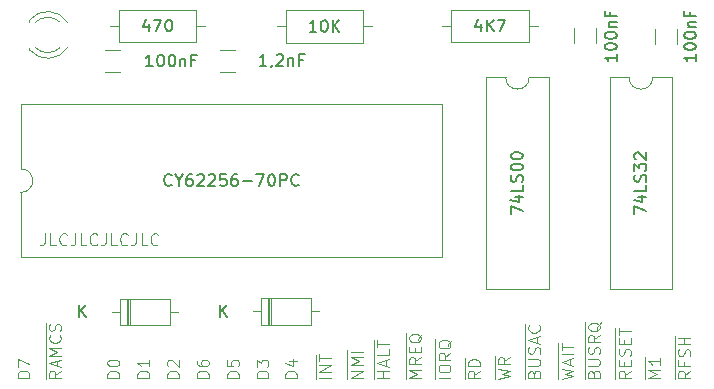
<source format=gbr>
%TF.GenerationSoftware,KiCad,Pcbnew,8.0.2-1*%
%TF.CreationDate,2024-06-12T00:12:27+02:00*%
%TF.ProjectId,zx81-external-16k,7a783831-2d65-4787-9465-726e616c2d31,rev?*%
%TF.SameCoordinates,Original*%
%TF.FileFunction,Legend,Top*%
%TF.FilePolarity,Positive*%
%FSLAX46Y46*%
G04 Gerber Fmt 4.6, Leading zero omitted, Abs format (unit mm)*
G04 Created by KiCad (PCBNEW 8.0.2-1) date 2024-06-12 00:12:27*
%MOMM*%
%LPD*%
G01*
G04 APERTURE LIST*
%ADD10C,0.100000*%
%ADD11C,0.150000*%
%ADD12C,0.120000*%
G04 APERTURE END LIST*
D10*
X103639598Y-105562419D02*
X103639598Y-106276704D01*
X103639598Y-106276704D02*
X103591979Y-106419561D01*
X103591979Y-106419561D02*
X103496741Y-106514800D01*
X103496741Y-106514800D02*
X103353884Y-106562419D01*
X103353884Y-106562419D02*
X103258646Y-106562419D01*
X104591979Y-106562419D02*
X104115789Y-106562419D01*
X104115789Y-106562419D02*
X104115789Y-105562419D01*
X105496741Y-106467180D02*
X105449122Y-106514800D01*
X105449122Y-106514800D02*
X105306265Y-106562419D01*
X105306265Y-106562419D02*
X105211027Y-106562419D01*
X105211027Y-106562419D02*
X105068170Y-106514800D01*
X105068170Y-106514800D02*
X104972932Y-106419561D01*
X104972932Y-106419561D02*
X104925313Y-106324323D01*
X104925313Y-106324323D02*
X104877694Y-106133847D01*
X104877694Y-106133847D02*
X104877694Y-105990990D01*
X104877694Y-105990990D02*
X104925313Y-105800514D01*
X104925313Y-105800514D02*
X104972932Y-105705276D01*
X104972932Y-105705276D02*
X105068170Y-105610038D01*
X105068170Y-105610038D02*
X105211027Y-105562419D01*
X105211027Y-105562419D02*
X105306265Y-105562419D01*
X105306265Y-105562419D02*
X105449122Y-105610038D01*
X105449122Y-105610038D02*
X105496741Y-105657657D01*
X106211027Y-105562419D02*
X106211027Y-106276704D01*
X106211027Y-106276704D02*
X106163408Y-106419561D01*
X106163408Y-106419561D02*
X106068170Y-106514800D01*
X106068170Y-106514800D02*
X105925313Y-106562419D01*
X105925313Y-106562419D02*
X105830075Y-106562419D01*
X107163408Y-106562419D02*
X106687218Y-106562419D01*
X106687218Y-106562419D02*
X106687218Y-105562419D01*
X108068170Y-106467180D02*
X108020551Y-106514800D01*
X108020551Y-106514800D02*
X107877694Y-106562419D01*
X107877694Y-106562419D02*
X107782456Y-106562419D01*
X107782456Y-106562419D02*
X107639599Y-106514800D01*
X107639599Y-106514800D02*
X107544361Y-106419561D01*
X107544361Y-106419561D02*
X107496742Y-106324323D01*
X107496742Y-106324323D02*
X107449123Y-106133847D01*
X107449123Y-106133847D02*
X107449123Y-105990990D01*
X107449123Y-105990990D02*
X107496742Y-105800514D01*
X107496742Y-105800514D02*
X107544361Y-105705276D01*
X107544361Y-105705276D02*
X107639599Y-105610038D01*
X107639599Y-105610038D02*
X107782456Y-105562419D01*
X107782456Y-105562419D02*
X107877694Y-105562419D01*
X107877694Y-105562419D02*
X108020551Y-105610038D01*
X108020551Y-105610038D02*
X108068170Y-105657657D01*
X108782456Y-105562419D02*
X108782456Y-106276704D01*
X108782456Y-106276704D02*
X108734837Y-106419561D01*
X108734837Y-106419561D02*
X108639599Y-106514800D01*
X108639599Y-106514800D02*
X108496742Y-106562419D01*
X108496742Y-106562419D02*
X108401504Y-106562419D01*
X109734837Y-106562419D02*
X109258647Y-106562419D01*
X109258647Y-106562419D02*
X109258647Y-105562419D01*
X110639599Y-106467180D02*
X110591980Y-106514800D01*
X110591980Y-106514800D02*
X110449123Y-106562419D01*
X110449123Y-106562419D02*
X110353885Y-106562419D01*
X110353885Y-106562419D02*
X110211028Y-106514800D01*
X110211028Y-106514800D02*
X110115790Y-106419561D01*
X110115790Y-106419561D02*
X110068171Y-106324323D01*
X110068171Y-106324323D02*
X110020552Y-106133847D01*
X110020552Y-106133847D02*
X110020552Y-105990990D01*
X110020552Y-105990990D02*
X110068171Y-105800514D01*
X110068171Y-105800514D02*
X110115790Y-105705276D01*
X110115790Y-105705276D02*
X110211028Y-105610038D01*
X110211028Y-105610038D02*
X110353885Y-105562419D01*
X110353885Y-105562419D02*
X110449123Y-105562419D01*
X110449123Y-105562419D02*
X110591980Y-105610038D01*
X110591980Y-105610038D02*
X110639599Y-105657657D01*
X111353885Y-105562419D02*
X111353885Y-106276704D01*
X111353885Y-106276704D02*
X111306266Y-106419561D01*
X111306266Y-106419561D02*
X111211028Y-106514800D01*
X111211028Y-106514800D02*
X111068171Y-106562419D01*
X111068171Y-106562419D02*
X110972933Y-106562419D01*
X112306266Y-106562419D02*
X111830076Y-106562419D01*
X111830076Y-106562419D02*
X111830076Y-105562419D01*
X113211028Y-106467180D02*
X113163409Y-106514800D01*
X113163409Y-106514800D02*
X113020552Y-106562419D01*
X113020552Y-106562419D02*
X112925314Y-106562419D01*
X112925314Y-106562419D02*
X112782457Y-106514800D01*
X112782457Y-106514800D02*
X112687219Y-106419561D01*
X112687219Y-106419561D02*
X112639600Y-106324323D01*
X112639600Y-106324323D02*
X112591981Y-106133847D01*
X112591981Y-106133847D02*
X112591981Y-105990990D01*
X112591981Y-105990990D02*
X112639600Y-105800514D01*
X112639600Y-105800514D02*
X112687219Y-105705276D01*
X112687219Y-105705276D02*
X112782457Y-105610038D01*
X112782457Y-105610038D02*
X112925314Y-105562419D01*
X112925314Y-105562419D02*
X113020552Y-105562419D01*
X113020552Y-105562419D02*
X113163409Y-105610038D01*
X113163409Y-105610038D02*
X113211028Y-105657657D01*
D11*
X118488095Y-112614819D02*
X118488095Y-111614819D01*
X119059523Y-112614819D02*
X118630952Y-112043390D01*
X119059523Y-111614819D02*
X118488095Y-112186247D01*
X106538095Y-112654819D02*
X106538095Y-111654819D01*
X107109523Y-112654819D02*
X106680952Y-112083390D01*
X107109523Y-111654819D02*
X106538095Y-112226247D01*
X153554819Y-103937856D02*
X153554819Y-103271190D01*
X153554819Y-103271190D02*
X154554819Y-103699761D01*
X153888152Y-102461666D02*
X154554819Y-102461666D01*
X153507200Y-102699761D02*
X154221485Y-102937856D01*
X154221485Y-102937856D02*
X154221485Y-102318809D01*
X154554819Y-101461666D02*
X154554819Y-101937856D01*
X154554819Y-101937856D02*
X153554819Y-101937856D01*
X154507200Y-101175951D02*
X154554819Y-101033094D01*
X154554819Y-101033094D02*
X154554819Y-100794999D01*
X154554819Y-100794999D02*
X154507200Y-100699761D01*
X154507200Y-100699761D02*
X154459580Y-100652142D01*
X154459580Y-100652142D02*
X154364342Y-100604523D01*
X154364342Y-100604523D02*
X154269104Y-100604523D01*
X154269104Y-100604523D02*
X154173866Y-100652142D01*
X154173866Y-100652142D02*
X154126247Y-100699761D01*
X154126247Y-100699761D02*
X154078628Y-100794999D01*
X154078628Y-100794999D02*
X154031009Y-100985475D01*
X154031009Y-100985475D02*
X153983390Y-101080713D01*
X153983390Y-101080713D02*
X153935771Y-101128332D01*
X153935771Y-101128332D02*
X153840533Y-101175951D01*
X153840533Y-101175951D02*
X153745295Y-101175951D01*
X153745295Y-101175951D02*
X153650057Y-101128332D01*
X153650057Y-101128332D02*
X153602438Y-101080713D01*
X153602438Y-101080713D02*
X153554819Y-100985475D01*
X153554819Y-100985475D02*
X153554819Y-100747380D01*
X153554819Y-100747380D02*
X153602438Y-100604523D01*
X153554819Y-100271189D02*
X153554819Y-99652142D01*
X153554819Y-99652142D02*
X153935771Y-99985475D01*
X153935771Y-99985475D02*
X153935771Y-99842618D01*
X153935771Y-99842618D02*
X153983390Y-99747380D01*
X153983390Y-99747380D02*
X154031009Y-99699761D01*
X154031009Y-99699761D02*
X154126247Y-99652142D01*
X154126247Y-99652142D02*
X154364342Y-99652142D01*
X154364342Y-99652142D02*
X154459580Y-99699761D01*
X154459580Y-99699761D02*
X154507200Y-99747380D01*
X154507200Y-99747380D02*
X154554819Y-99842618D01*
X154554819Y-99842618D02*
X154554819Y-100128332D01*
X154554819Y-100128332D02*
X154507200Y-100223570D01*
X154507200Y-100223570D02*
X154459580Y-100271189D01*
X153650057Y-99271189D02*
X153602438Y-99223570D01*
X153602438Y-99223570D02*
X153554819Y-99128332D01*
X153554819Y-99128332D02*
X153554819Y-98890237D01*
X153554819Y-98890237D02*
X153602438Y-98794999D01*
X153602438Y-98794999D02*
X153650057Y-98747380D01*
X153650057Y-98747380D02*
X153745295Y-98699761D01*
X153745295Y-98699761D02*
X153840533Y-98699761D01*
X153840533Y-98699761D02*
X153983390Y-98747380D01*
X153983390Y-98747380D02*
X154554819Y-99318808D01*
X154554819Y-99318808D02*
X154554819Y-98699761D01*
X126629523Y-88484819D02*
X126058095Y-88484819D01*
X126343809Y-88484819D02*
X126343809Y-87484819D01*
X126343809Y-87484819D02*
X126248571Y-87627676D01*
X126248571Y-87627676D02*
X126153333Y-87722914D01*
X126153333Y-87722914D02*
X126058095Y-87770533D01*
X127248571Y-87484819D02*
X127343809Y-87484819D01*
X127343809Y-87484819D02*
X127439047Y-87532438D01*
X127439047Y-87532438D02*
X127486666Y-87580057D01*
X127486666Y-87580057D02*
X127534285Y-87675295D01*
X127534285Y-87675295D02*
X127581904Y-87865771D01*
X127581904Y-87865771D02*
X127581904Y-88103866D01*
X127581904Y-88103866D02*
X127534285Y-88294342D01*
X127534285Y-88294342D02*
X127486666Y-88389580D01*
X127486666Y-88389580D02*
X127439047Y-88437200D01*
X127439047Y-88437200D02*
X127343809Y-88484819D01*
X127343809Y-88484819D02*
X127248571Y-88484819D01*
X127248571Y-88484819D02*
X127153333Y-88437200D01*
X127153333Y-88437200D02*
X127105714Y-88389580D01*
X127105714Y-88389580D02*
X127058095Y-88294342D01*
X127058095Y-88294342D02*
X127010476Y-88103866D01*
X127010476Y-88103866D02*
X127010476Y-87865771D01*
X127010476Y-87865771D02*
X127058095Y-87675295D01*
X127058095Y-87675295D02*
X127105714Y-87580057D01*
X127105714Y-87580057D02*
X127153333Y-87532438D01*
X127153333Y-87532438D02*
X127248571Y-87484819D01*
X128010476Y-88484819D02*
X128010476Y-87484819D01*
X128581904Y-88484819D02*
X128153333Y-87913390D01*
X128581904Y-87484819D02*
X128010476Y-88056247D01*
X140544285Y-87788152D02*
X140544285Y-88454819D01*
X140306190Y-87407200D02*
X140068095Y-88121485D01*
X140068095Y-88121485D02*
X140687142Y-88121485D01*
X141068095Y-88454819D02*
X141068095Y-87454819D01*
X141639523Y-88454819D02*
X141210952Y-87883390D01*
X141639523Y-87454819D02*
X141068095Y-88026247D01*
X141972857Y-87454819D02*
X142639523Y-87454819D01*
X142639523Y-87454819D02*
X142210952Y-88454819D01*
X112418095Y-87788152D02*
X112418095Y-88454819D01*
X112180000Y-87407200D02*
X111941905Y-88121485D01*
X111941905Y-88121485D02*
X112560952Y-88121485D01*
X112846667Y-87454819D02*
X113513333Y-87454819D01*
X113513333Y-87454819D02*
X113084762Y-88454819D01*
X114084762Y-87454819D02*
X114180000Y-87454819D01*
X114180000Y-87454819D02*
X114275238Y-87502438D01*
X114275238Y-87502438D02*
X114322857Y-87550057D01*
X114322857Y-87550057D02*
X114370476Y-87645295D01*
X114370476Y-87645295D02*
X114418095Y-87835771D01*
X114418095Y-87835771D02*
X114418095Y-88073866D01*
X114418095Y-88073866D02*
X114370476Y-88264342D01*
X114370476Y-88264342D02*
X114322857Y-88359580D01*
X114322857Y-88359580D02*
X114275238Y-88407200D01*
X114275238Y-88407200D02*
X114180000Y-88454819D01*
X114180000Y-88454819D02*
X114084762Y-88454819D01*
X114084762Y-88454819D02*
X113989524Y-88407200D01*
X113989524Y-88407200D02*
X113941905Y-88359580D01*
X113941905Y-88359580D02*
X113894286Y-88264342D01*
X113894286Y-88264342D02*
X113846667Y-88073866D01*
X113846667Y-88073866D02*
X113846667Y-87835771D01*
X113846667Y-87835771D02*
X113894286Y-87645295D01*
X113894286Y-87645295D02*
X113941905Y-87550057D01*
X113941905Y-87550057D02*
X113989524Y-87502438D01*
X113989524Y-87502438D02*
X114084762Y-87454819D01*
X143094819Y-103937856D02*
X143094819Y-103271190D01*
X143094819Y-103271190D02*
X144094819Y-103699761D01*
X143428152Y-102461666D02*
X144094819Y-102461666D01*
X143047200Y-102699761D02*
X143761485Y-102937856D01*
X143761485Y-102937856D02*
X143761485Y-102318809D01*
X144094819Y-101461666D02*
X144094819Y-101937856D01*
X144094819Y-101937856D02*
X143094819Y-101937856D01*
X144047200Y-101175951D02*
X144094819Y-101033094D01*
X144094819Y-101033094D02*
X144094819Y-100794999D01*
X144094819Y-100794999D02*
X144047200Y-100699761D01*
X144047200Y-100699761D02*
X143999580Y-100652142D01*
X143999580Y-100652142D02*
X143904342Y-100604523D01*
X143904342Y-100604523D02*
X143809104Y-100604523D01*
X143809104Y-100604523D02*
X143713866Y-100652142D01*
X143713866Y-100652142D02*
X143666247Y-100699761D01*
X143666247Y-100699761D02*
X143618628Y-100794999D01*
X143618628Y-100794999D02*
X143571009Y-100985475D01*
X143571009Y-100985475D02*
X143523390Y-101080713D01*
X143523390Y-101080713D02*
X143475771Y-101128332D01*
X143475771Y-101128332D02*
X143380533Y-101175951D01*
X143380533Y-101175951D02*
X143285295Y-101175951D01*
X143285295Y-101175951D02*
X143190057Y-101128332D01*
X143190057Y-101128332D02*
X143142438Y-101080713D01*
X143142438Y-101080713D02*
X143094819Y-100985475D01*
X143094819Y-100985475D02*
X143094819Y-100747380D01*
X143094819Y-100747380D02*
X143142438Y-100604523D01*
X143094819Y-99985475D02*
X143094819Y-99890237D01*
X143094819Y-99890237D02*
X143142438Y-99794999D01*
X143142438Y-99794999D02*
X143190057Y-99747380D01*
X143190057Y-99747380D02*
X143285295Y-99699761D01*
X143285295Y-99699761D02*
X143475771Y-99652142D01*
X143475771Y-99652142D02*
X143713866Y-99652142D01*
X143713866Y-99652142D02*
X143904342Y-99699761D01*
X143904342Y-99699761D02*
X143999580Y-99747380D01*
X143999580Y-99747380D02*
X144047200Y-99794999D01*
X144047200Y-99794999D02*
X144094819Y-99890237D01*
X144094819Y-99890237D02*
X144094819Y-99985475D01*
X144094819Y-99985475D02*
X144047200Y-100080713D01*
X144047200Y-100080713D02*
X143999580Y-100128332D01*
X143999580Y-100128332D02*
X143904342Y-100175951D01*
X143904342Y-100175951D02*
X143713866Y-100223570D01*
X143713866Y-100223570D02*
X143475771Y-100223570D01*
X143475771Y-100223570D02*
X143285295Y-100175951D01*
X143285295Y-100175951D02*
X143190057Y-100128332D01*
X143190057Y-100128332D02*
X143142438Y-100080713D01*
X143142438Y-100080713D02*
X143094819Y-99985475D01*
X143094819Y-99033094D02*
X143094819Y-98937856D01*
X143094819Y-98937856D02*
X143142438Y-98842618D01*
X143142438Y-98842618D02*
X143190057Y-98794999D01*
X143190057Y-98794999D02*
X143285295Y-98747380D01*
X143285295Y-98747380D02*
X143475771Y-98699761D01*
X143475771Y-98699761D02*
X143713866Y-98699761D01*
X143713866Y-98699761D02*
X143904342Y-98747380D01*
X143904342Y-98747380D02*
X143999580Y-98794999D01*
X143999580Y-98794999D02*
X144047200Y-98842618D01*
X144047200Y-98842618D02*
X144094819Y-98937856D01*
X144094819Y-98937856D02*
X144094819Y-99033094D01*
X144094819Y-99033094D02*
X144047200Y-99128332D01*
X144047200Y-99128332D02*
X143999580Y-99175951D01*
X143999580Y-99175951D02*
X143904342Y-99223570D01*
X143904342Y-99223570D02*
X143713866Y-99271189D01*
X143713866Y-99271189D02*
X143475771Y-99271189D01*
X143475771Y-99271189D02*
X143285295Y-99223570D01*
X143285295Y-99223570D02*
X143190057Y-99175951D01*
X143190057Y-99175951D02*
X143142438Y-99128332D01*
X143142438Y-99128332D02*
X143094819Y-99033094D01*
X114368571Y-101439580D02*
X114320952Y-101487200D01*
X114320952Y-101487200D02*
X114178095Y-101534819D01*
X114178095Y-101534819D02*
X114082857Y-101534819D01*
X114082857Y-101534819D02*
X113940000Y-101487200D01*
X113940000Y-101487200D02*
X113844762Y-101391961D01*
X113844762Y-101391961D02*
X113797143Y-101296723D01*
X113797143Y-101296723D02*
X113749524Y-101106247D01*
X113749524Y-101106247D02*
X113749524Y-100963390D01*
X113749524Y-100963390D02*
X113797143Y-100772914D01*
X113797143Y-100772914D02*
X113844762Y-100677676D01*
X113844762Y-100677676D02*
X113940000Y-100582438D01*
X113940000Y-100582438D02*
X114082857Y-100534819D01*
X114082857Y-100534819D02*
X114178095Y-100534819D01*
X114178095Y-100534819D02*
X114320952Y-100582438D01*
X114320952Y-100582438D02*
X114368571Y-100630057D01*
X114987619Y-101058628D02*
X114987619Y-101534819D01*
X114654286Y-100534819D02*
X114987619Y-101058628D01*
X114987619Y-101058628D02*
X115320952Y-100534819D01*
X116082857Y-100534819D02*
X115892381Y-100534819D01*
X115892381Y-100534819D02*
X115797143Y-100582438D01*
X115797143Y-100582438D02*
X115749524Y-100630057D01*
X115749524Y-100630057D02*
X115654286Y-100772914D01*
X115654286Y-100772914D02*
X115606667Y-100963390D01*
X115606667Y-100963390D02*
X115606667Y-101344342D01*
X115606667Y-101344342D02*
X115654286Y-101439580D01*
X115654286Y-101439580D02*
X115701905Y-101487200D01*
X115701905Y-101487200D02*
X115797143Y-101534819D01*
X115797143Y-101534819D02*
X115987619Y-101534819D01*
X115987619Y-101534819D02*
X116082857Y-101487200D01*
X116082857Y-101487200D02*
X116130476Y-101439580D01*
X116130476Y-101439580D02*
X116178095Y-101344342D01*
X116178095Y-101344342D02*
X116178095Y-101106247D01*
X116178095Y-101106247D02*
X116130476Y-101011009D01*
X116130476Y-101011009D02*
X116082857Y-100963390D01*
X116082857Y-100963390D02*
X115987619Y-100915771D01*
X115987619Y-100915771D02*
X115797143Y-100915771D01*
X115797143Y-100915771D02*
X115701905Y-100963390D01*
X115701905Y-100963390D02*
X115654286Y-101011009D01*
X115654286Y-101011009D02*
X115606667Y-101106247D01*
X116559048Y-100630057D02*
X116606667Y-100582438D01*
X116606667Y-100582438D02*
X116701905Y-100534819D01*
X116701905Y-100534819D02*
X116940000Y-100534819D01*
X116940000Y-100534819D02*
X117035238Y-100582438D01*
X117035238Y-100582438D02*
X117082857Y-100630057D01*
X117082857Y-100630057D02*
X117130476Y-100725295D01*
X117130476Y-100725295D02*
X117130476Y-100820533D01*
X117130476Y-100820533D02*
X117082857Y-100963390D01*
X117082857Y-100963390D02*
X116511429Y-101534819D01*
X116511429Y-101534819D02*
X117130476Y-101534819D01*
X117511429Y-100630057D02*
X117559048Y-100582438D01*
X117559048Y-100582438D02*
X117654286Y-100534819D01*
X117654286Y-100534819D02*
X117892381Y-100534819D01*
X117892381Y-100534819D02*
X117987619Y-100582438D01*
X117987619Y-100582438D02*
X118035238Y-100630057D01*
X118035238Y-100630057D02*
X118082857Y-100725295D01*
X118082857Y-100725295D02*
X118082857Y-100820533D01*
X118082857Y-100820533D02*
X118035238Y-100963390D01*
X118035238Y-100963390D02*
X117463810Y-101534819D01*
X117463810Y-101534819D02*
X118082857Y-101534819D01*
X118987619Y-100534819D02*
X118511429Y-100534819D01*
X118511429Y-100534819D02*
X118463810Y-101011009D01*
X118463810Y-101011009D02*
X118511429Y-100963390D01*
X118511429Y-100963390D02*
X118606667Y-100915771D01*
X118606667Y-100915771D02*
X118844762Y-100915771D01*
X118844762Y-100915771D02*
X118940000Y-100963390D01*
X118940000Y-100963390D02*
X118987619Y-101011009D01*
X118987619Y-101011009D02*
X119035238Y-101106247D01*
X119035238Y-101106247D02*
X119035238Y-101344342D01*
X119035238Y-101344342D02*
X118987619Y-101439580D01*
X118987619Y-101439580D02*
X118940000Y-101487200D01*
X118940000Y-101487200D02*
X118844762Y-101534819D01*
X118844762Y-101534819D02*
X118606667Y-101534819D01*
X118606667Y-101534819D02*
X118511429Y-101487200D01*
X118511429Y-101487200D02*
X118463810Y-101439580D01*
X119892381Y-100534819D02*
X119701905Y-100534819D01*
X119701905Y-100534819D02*
X119606667Y-100582438D01*
X119606667Y-100582438D02*
X119559048Y-100630057D01*
X119559048Y-100630057D02*
X119463810Y-100772914D01*
X119463810Y-100772914D02*
X119416191Y-100963390D01*
X119416191Y-100963390D02*
X119416191Y-101344342D01*
X119416191Y-101344342D02*
X119463810Y-101439580D01*
X119463810Y-101439580D02*
X119511429Y-101487200D01*
X119511429Y-101487200D02*
X119606667Y-101534819D01*
X119606667Y-101534819D02*
X119797143Y-101534819D01*
X119797143Y-101534819D02*
X119892381Y-101487200D01*
X119892381Y-101487200D02*
X119940000Y-101439580D01*
X119940000Y-101439580D02*
X119987619Y-101344342D01*
X119987619Y-101344342D02*
X119987619Y-101106247D01*
X119987619Y-101106247D02*
X119940000Y-101011009D01*
X119940000Y-101011009D02*
X119892381Y-100963390D01*
X119892381Y-100963390D02*
X119797143Y-100915771D01*
X119797143Y-100915771D02*
X119606667Y-100915771D01*
X119606667Y-100915771D02*
X119511429Y-100963390D01*
X119511429Y-100963390D02*
X119463810Y-101011009D01*
X119463810Y-101011009D02*
X119416191Y-101106247D01*
X120416191Y-101153866D02*
X121178096Y-101153866D01*
X121559048Y-100534819D02*
X122225714Y-100534819D01*
X122225714Y-100534819D02*
X121797143Y-101534819D01*
X122797143Y-100534819D02*
X122892381Y-100534819D01*
X122892381Y-100534819D02*
X122987619Y-100582438D01*
X122987619Y-100582438D02*
X123035238Y-100630057D01*
X123035238Y-100630057D02*
X123082857Y-100725295D01*
X123082857Y-100725295D02*
X123130476Y-100915771D01*
X123130476Y-100915771D02*
X123130476Y-101153866D01*
X123130476Y-101153866D02*
X123082857Y-101344342D01*
X123082857Y-101344342D02*
X123035238Y-101439580D01*
X123035238Y-101439580D02*
X122987619Y-101487200D01*
X122987619Y-101487200D02*
X122892381Y-101534819D01*
X122892381Y-101534819D02*
X122797143Y-101534819D01*
X122797143Y-101534819D02*
X122701905Y-101487200D01*
X122701905Y-101487200D02*
X122654286Y-101439580D01*
X122654286Y-101439580D02*
X122606667Y-101344342D01*
X122606667Y-101344342D02*
X122559048Y-101153866D01*
X122559048Y-101153866D02*
X122559048Y-100915771D01*
X122559048Y-100915771D02*
X122606667Y-100725295D01*
X122606667Y-100725295D02*
X122654286Y-100630057D01*
X122654286Y-100630057D02*
X122701905Y-100582438D01*
X122701905Y-100582438D02*
X122797143Y-100534819D01*
X123559048Y-101534819D02*
X123559048Y-100534819D01*
X123559048Y-100534819D02*
X123940000Y-100534819D01*
X123940000Y-100534819D02*
X124035238Y-100582438D01*
X124035238Y-100582438D02*
X124082857Y-100630057D01*
X124082857Y-100630057D02*
X124130476Y-100725295D01*
X124130476Y-100725295D02*
X124130476Y-100868152D01*
X124130476Y-100868152D02*
X124082857Y-100963390D01*
X124082857Y-100963390D02*
X124035238Y-101011009D01*
X124035238Y-101011009D02*
X123940000Y-101058628D01*
X123940000Y-101058628D02*
X123559048Y-101058628D01*
X125130476Y-101439580D02*
X125082857Y-101487200D01*
X125082857Y-101487200D02*
X124940000Y-101534819D01*
X124940000Y-101534819D02*
X124844762Y-101534819D01*
X124844762Y-101534819D02*
X124701905Y-101487200D01*
X124701905Y-101487200D02*
X124606667Y-101391961D01*
X124606667Y-101391961D02*
X124559048Y-101296723D01*
X124559048Y-101296723D02*
X124511429Y-101106247D01*
X124511429Y-101106247D02*
X124511429Y-100963390D01*
X124511429Y-100963390D02*
X124559048Y-100772914D01*
X124559048Y-100772914D02*
X124606667Y-100677676D01*
X124606667Y-100677676D02*
X124701905Y-100582438D01*
X124701905Y-100582438D02*
X124844762Y-100534819D01*
X124844762Y-100534819D02*
X124940000Y-100534819D01*
X124940000Y-100534819D02*
X125082857Y-100582438D01*
X125082857Y-100582438D02*
X125130476Y-100630057D01*
D10*
X120059961Y-117756115D02*
X119059961Y-117756115D01*
X119059961Y-117756115D02*
X119059961Y-117518020D01*
X119059961Y-117518020D02*
X119107580Y-117375163D01*
X119107580Y-117375163D02*
X119202818Y-117279925D01*
X119202818Y-117279925D02*
X119298056Y-117232306D01*
X119298056Y-117232306D02*
X119488532Y-117184687D01*
X119488532Y-117184687D02*
X119631389Y-117184687D01*
X119631389Y-117184687D02*
X119821865Y-117232306D01*
X119821865Y-117232306D02*
X119917103Y-117279925D01*
X119917103Y-117279925D02*
X120012342Y-117375163D01*
X120012342Y-117375163D02*
X120059961Y-117518020D01*
X120059961Y-117518020D02*
X120059961Y-117756115D01*
X119059961Y-116279925D02*
X119059961Y-116756115D01*
X119059961Y-116756115D02*
X119536151Y-116803734D01*
X119536151Y-116803734D02*
X119488532Y-116756115D01*
X119488532Y-116756115D02*
X119440913Y-116660877D01*
X119440913Y-116660877D02*
X119440913Y-116422782D01*
X119440913Y-116422782D02*
X119488532Y-116327544D01*
X119488532Y-116327544D02*
X119536151Y-116279925D01*
X119536151Y-116279925D02*
X119631389Y-116232306D01*
X119631389Y-116232306D02*
X119869484Y-116232306D01*
X119869484Y-116232306D02*
X119964722Y-116279925D01*
X119964722Y-116279925D02*
X120012342Y-116327544D01*
X120012342Y-116327544D02*
X120059961Y-116422782D01*
X120059961Y-116422782D02*
X120059961Y-116660877D01*
X120059961Y-116660877D02*
X120012342Y-116756115D01*
X120012342Y-116756115D02*
X119964722Y-116803734D01*
X140475693Y-117184687D02*
X139999502Y-117518020D01*
X140475693Y-117756115D02*
X139475693Y-117756115D01*
X139475693Y-117756115D02*
X139475693Y-117375163D01*
X139475693Y-117375163D02*
X139523312Y-117279925D01*
X139523312Y-117279925D02*
X139570931Y-117232306D01*
X139570931Y-117232306D02*
X139666169Y-117184687D01*
X139666169Y-117184687D02*
X139809026Y-117184687D01*
X139809026Y-117184687D02*
X139904264Y-117232306D01*
X139904264Y-117232306D02*
X139951883Y-117279925D01*
X139951883Y-117279925D02*
X139999502Y-117375163D01*
X139999502Y-117375163D02*
X139999502Y-117756115D01*
X140475693Y-116756115D02*
X139475693Y-116756115D01*
X139475693Y-116756115D02*
X139475693Y-116518020D01*
X139475693Y-116518020D02*
X139523312Y-116375163D01*
X139523312Y-116375163D02*
X139618550Y-116279925D01*
X139618550Y-116279925D02*
X139713788Y-116232306D01*
X139713788Y-116232306D02*
X139904264Y-116184687D01*
X139904264Y-116184687D02*
X140047121Y-116184687D01*
X140047121Y-116184687D02*
X140237597Y-116232306D01*
X140237597Y-116232306D02*
X140332835Y-116279925D01*
X140332835Y-116279925D02*
X140428074Y-116375163D01*
X140428074Y-116375163D02*
X140475693Y-116518020D01*
X140475693Y-116518020D02*
X140475693Y-116756115D01*
X139198074Y-117894211D02*
X139198074Y-116094211D01*
X147387419Y-117851353D02*
X148387419Y-117613258D01*
X148387419Y-117613258D02*
X147673133Y-117422782D01*
X147673133Y-117422782D02*
X148387419Y-117232306D01*
X148387419Y-117232306D02*
X147387419Y-116994211D01*
X148101704Y-116660877D02*
X148101704Y-116184687D01*
X148387419Y-116756115D02*
X147387419Y-116422782D01*
X147387419Y-116422782D02*
X148387419Y-116089449D01*
X148387419Y-115756115D02*
X147387419Y-115756115D01*
X147387419Y-115422782D02*
X147387419Y-114851354D01*
X148387419Y-115137068D02*
X147387419Y-115137068D01*
X147109800Y-117894211D02*
X147109800Y-114856116D01*
X158275693Y-117184687D02*
X157799502Y-117518020D01*
X158275693Y-117756115D02*
X157275693Y-117756115D01*
X157275693Y-117756115D02*
X157275693Y-117375163D01*
X157275693Y-117375163D02*
X157323312Y-117279925D01*
X157323312Y-117279925D02*
X157370931Y-117232306D01*
X157370931Y-117232306D02*
X157466169Y-117184687D01*
X157466169Y-117184687D02*
X157609026Y-117184687D01*
X157609026Y-117184687D02*
X157704264Y-117232306D01*
X157704264Y-117232306D02*
X157751883Y-117279925D01*
X157751883Y-117279925D02*
X157799502Y-117375163D01*
X157799502Y-117375163D02*
X157799502Y-117756115D01*
X157751883Y-116422782D02*
X157751883Y-116756115D01*
X158275693Y-116756115D02*
X157275693Y-116756115D01*
X157275693Y-116756115D02*
X157275693Y-116279925D01*
X158228074Y-115946591D02*
X158275693Y-115803734D01*
X158275693Y-115803734D02*
X158275693Y-115565639D01*
X158275693Y-115565639D02*
X158228074Y-115470401D01*
X158228074Y-115470401D02*
X158180454Y-115422782D01*
X158180454Y-115422782D02*
X158085216Y-115375163D01*
X158085216Y-115375163D02*
X157989978Y-115375163D01*
X157989978Y-115375163D02*
X157894740Y-115422782D01*
X157894740Y-115422782D02*
X157847121Y-115470401D01*
X157847121Y-115470401D02*
X157799502Y-115565639D01*
X157799502Y-115565639D02*
X157751883Y-115756115D01*
X157751883Y-115756115D02*
X157704264Y-115851353D01*
X157704264Y-115851353D02*
X157656645Y-115898972D01*
X157656645Y-115898972D02*
X157561407Y-115946591D01*
X157561407Y-115946591D02*
X157466169Y-115946591D01*
X157466169Y-115946591D02*
X157370931Y-115898972D01*
X157370931Y-115898972D02*
X157323312Y-115851353D01*
X157323312Y-115851353D02*
X157275693Y-115756115D01*
X157275693Y-115756115D02*
X157275693Y-115518020D01*
X157275693Y-115518020D02*
X157323312Y-115375163D01*
X158275693Y-114946591D02*
X157275693Y-114946591D01*
X157751883Y-114946591D02*
X157751883Y-114375163D01*
X158275693Y-114375163D02*
X157275693Y-114375163D01*
X156998074Y-117894211D02*
X156998074Y-114237068D01*
X124982801Y-117756115D02*
X123982801Y-117756115D01*
X123982801Y-117756115D02*
X123982801Y-117518020D01*
X123982801Y-117518020D02*
X124030420Y-117375163D01*
X124030420Y-117375163D02*
X124125658Y-117279925D01*
X124125658Y-117279925D02*
X124220896Y-117232306D01*
X124220896Y-117232306D02*
X124411372Y-117184687D01*
X124411372Y-117184687D02*
X124554229Y-117184687D01*
X124554229Y-117184687D02*
X124744705Y-117232306D01*
X124744705Y-117232306D02*
X124839943Y-117279925D01*
X124839943Y-117279925D02*
X124935182Y-117375163D01*
X124935182Y-117375163D02*
X124982801Y-117518020D01*
X124982801Y-117518020D02*
X124982801Y-117756115D01*
X124316134Y-116327544D02*
X124982801Y-116327544D01*
X123935182Y-116565639D02*
X124649467Y-116803734D01*
X124649467Y-116803734D02*
X124649467Y-116184687D01*
X135475693Y-117756115D02*
X134475693Y-117756115D01*
X134475693Y-117756115D02*
X135189978Y-117422782D01*
X135189978Y-117422782D02*
X134475693Y-117089449D01*
X134475693Y-117089449D02*
X135475693Y-117089449D01*
X135475693Y-116041830D02*
X134999502Y-116375163D01*
X135475693Y-116613258D02*
X134475693Y-116613258D01*
X134475693Y-116613258D02*
X134475693Y-116232306D01*
X134475693Y-116232306D02*
X134523312Y-116137068D01*
X134523312Y-116137068D02*
X134570931Y-116089449D01*
X134570931Y-116089449D02*
X134666169Y-116041830D01*
X134666169Y-116041830D02*
X134809026Y-116041830D01*
X134809026Y-116041830D02*
X134904264Y-116089449D01*
X134904264Y-116089449D02*
X134951883Y-116137068D01*
X134951883Y-116137068D02*
X134999502Y-116232306D01*
X134999502Y-116232306D02*
X134999502Y-116613258D01*
X134951883Y-115613258D02*
X134951883Y-115279925D01*
X135475693Y-115137068D02*
X135475693Y-115613258D01*
X135475693Y-115613258D02*
X134475693Y-115613258D01*
X134475693Y-115613258D02*
X134475693Y-115137068D01*
X135570931Y-114041830D02*
X135523312Y-114137068D01*
X135523312Y-114137068D02*
X135428074Y-114232306D01*
X135428074Y-114232306D02*
X135285216Y-114375163D01*
X135285216Y-114375163D02*
X135237597Y-114470401D01*
X135237597Y-114470401D02*
X135237597Y-114565639D01*
X135475693Y-114518020D02*
X135428074Y-114613258D01*
X135428074Y-114613258D02*
X135332835Y-114708496D01*
X135332835Y-114708496D02*
X135142359Y-114756115D01*
X135142359Y-114756115D02*
X134809026Y-114756115D01*
X134809026Y-114756115D02*
X134618550Y-114708496D01*
X134618550Y-114708496D02*
X134523312Y-114613258D01*
X134523312Y-114613258D02*
X134475693Y-114518020D01*
X134475693Y-114518020D02*
X134475693Y-114327544D01*
X134475693Y-114327544D02*
X134523312Y-114232306D01*
X134523312Y-114232306D02*
X134618550Y-114137068D01*
X134618550Y-114137068D02*
X134809026Y-114089449D01*
X134809026Y-114089449D02*
X135142359Y-114089449D01*
X135142359Y-114089449D02*
X135332835Y-114137068D01*
X135332835Y-114137068D02*
X135428074Y-114232306D01*
X135428074Y-114232306D02*
X135475693Y-114327544D01*
X135475693Y-114327544D02*
X135475693Y-114518020D01*
X134198074Y-117894211D02*
X134198074Y-113998973D01*
X109932801Y-117756115D02*
X108932801Y-117756115D01*
X108932801Y-117756115D02*
X108932801Y-117518020D01*
X108932801Y-117518020D02*
X108980420Y-117375163D01*
X108980420Y-117375163D02*
X109075658Y-117279925D01*
X109075658Y-117279925D02*
X109170896Y-117232306D01*
X109170896Y-117232306D02*
X109361372Y-117184687D01*
X109361372Y-117184687D02*
X109504229Y-117184687D01*
X109504229Y-117184687D02*
X109694705Y-117232306D01*
X109694705Y-117232306D02*
X109789943Y-117279925D01*
X109789943Y-117279925D02*
X109885182Y-117375163D01*
X109885182Y-117375163D02*
X109932801Y-117518020D01*
X109932801Y-117518020D02*
X109932801Y-117756115D01*
X108932801Y-116565639D02*
X108932801Y-116470401D01*
X108932801Y-116470401D02*
X108980420Y-116375163D01*
X108980420Y-116375163D02*
X109028039Y-116327544D01*
X109028039Y-116327544D02*
X109123277Y-116279925D01*
X109123277Y-116279925D02*
X109313753Y-116232306D01*
X109313753Y-116232306D02*
X109551848Y-116232306D01*
X109551848Y-116232306D02*
X109742324Y-116279925D01*
X109742324Y-116279925D02*
X109837562Y-116327544D01*
X109837562Y-116327544D02*
X109885182Y-116375163D01*
X109885182Y-116375163D02*
X109932801Y-116470401D01*
X109932801Y-116470401D02*
X109932801Y-116565639D01*
X109932801Y-116565639D02*
X109885182Y-116660877D01*
X109885182Y-116660877D02*
X109837562Y-116708496D01*
X109837562Y-116708496D02*
X109742324Y-116756115D01*
X109742324Y-116756115D02*
X109551848Y-116803734D01*
X109551848Y-116803734D02*
X109313753Y-116803734D01*
X109313753Y-116803734D02*
X109123277Y-116756115D01*
X109123277Y-116756115D02*
X109028039Y-116708496D01*
X109028039Y-116708496D02*
X108980420Y-116660877D01*
X108980420Y-116660877D02*
X108932801Y-116565639D01*
X150113609Y-117422782D02*
X150161228Y-117279925D01*
X150161228Y-117279925D02*
X150208847Y-117232306D01*
X150208847Y-117232306D02*
X150304085Y-117184687D01*
X150304085Y-117184687D02*
X150446942Y-117184687D01*
X150446942Y-117184687D02*
X150542180Y-117232306D01*
X150542180Y-117232306D02*
X150589800Y-117279925D01*
X150589800Y-117279925D02*
X150637419Y-117375163D01*
X150637419Y-117375163D02*
X150637419Y-117756115D01*
X150637419Y-117756115D02*
X149637419Y-117756115D01*
X149637419Y-117756115D02*
X149637419Y-117422782D01*
X149637419Y-117422782D02*
X149685038Y-117327544D01*
X149685038Y-117327544D02*
X149732657Y-117279925D01*
X149732657Y-117279925D02*
X149827895Y-117232306D01*
X149827895Y-117232306D02*
X149923133Y-117232306D01*
X149923133Y-117232306D02*
X150018371Y-117279925D01*
X150018371Y-117279925D02*
X150065990Y-117327544D01*
X150065990Y-117327544D02*
X150113609Y-117422782D01*
X150113609Y-117422782D02*
X150113609Y-117756115D01*
X149637419Y-116756115D02*
X150446942Y-116756115D01*
X150446942Y-116756115D02*
X150542180Y-116708496D01*
X150542180Y-116708496D02*
X150589800Y-116660877D01*
X150589800Y-116660877D02*
X150637419Y-116565639D01*
X150637419Y-116565639D02*
X150637419Y-116375163D01*
X150637419Y-116375163D02*
X150589800Y-116279925D01*
X150589800Y-116279925D02*
X150542180Y-116232306D01*
X150542180Y-116232306D02*
X150446942Y-116184687D01*
X150446942Y-116184687D02*
X149637419Y-116184687D01*
X150589800Y-115756115D02*
X150637419Y-115613258D01*
X150637419Y-115613258D02*
X150637419Y-115375163D01*
X150637419Y-115375163D02*
X150589800Y-115279925D01*
X150589800Y-115279925D02*
X150542180Y-115232306D01*
X150542180Y-115232306D02*
X150446942Y-115184687D01*
X150446942Y-115184687D02*
X150351704Y-115184687D01*
X150351704Y-115184687D02*
X150256466Y-115232306D01*
X150256466Y-115232306D02*
X150208847Y-115279925D01*
X150208847Y-115279925D02*
X150161228Y-115375163D01*
X150161228Y-115375163D02*
X150113609Y-115565639D01*
X150113609Y-115565639D02*
X150065990Y-115660877D01*
X150065990Y-115660877D02*
X150018371Y-115708496D01*
X150018371Y-115708496D02*
X149923133Y-115756115D01*
X149923133Y-115756115D02*
X149827895Y-115756115D01*
X149827895Y-115756115D02*
X149732657Y-115708496D01*
X149732657Y-115708496D02*
X149685038Y-115660877D01*
X149685038Y-115660877D02*
X149637419Y-115565639D01*
X149637419Y-115565639D02*
X149637419Y-115327544D01*
X149637419Y-115327544D02*
X149685038Y-115184687D01*
X150637419Y-114184687D02*
X150161228Y-114518020D01*
X150637419Y-114756115D02*
X149637419Y-114756115D01*
X149637419Y-114756115D02*
X149637419Y-114375163D01*
X149637419Y-114375163D02*
X149685038Y-114279925D01*
X149685038Y-114279925D02*
X149732657Y-114232306D01*
X149732657Y-114232306D02*
X149827895Y-114184687D01*
X149827895Y-114184687D02*
X149970752Y-114184687D01*
X149970752Y-114184687D02*
X150065990Y-114232306D01*
X150065990Y-114232306D02*
X150113609Y-114279925D01*
X150113609Y-114279925D02*
X150161228Y-114375163D01*
X150161228Y-114375163D02*
X150161228Y-114756115D01*
X150732657Y-113089449D02*
X150685038Y-113184687D01*
X150685038Y-113184687D02*
X150589800Y-113279925D01*
X150589800Y-113279925D02*
X150446942Y-113422782D01*
X150446942Y-113422782D02*
X150399323Y-113518020D01*
X150399323Y-113518020D02*
X150399323Y-113613258D01*
X150637419Y-113565639D02*
X150589800Y-113660877D01*
X150589800Y-113660877D02*
X150494561Y-113756115D01*
X150494561Y-113756115D02*
X150304085Y-113803734D01*
X150304085Y-113803734D02*
X149970752Y-113803734D01*
X149970752Y-113803734D02*
X149780276Y-113756115D01*
X149780276Y-113756115D02*
X149685038Y-113660877D01*
X149685038Y-113660877D02*
X149637419Y-113565639D01*
X149637419Y-113565639D02*
X149637419Y-113375163D01*
X149637419Y-113375163D02*
X149685038Y-113279925D01*
X149685038Y-113279925D02*
X149780276Y-113184687D01*
X149780276Y-113184687D02*
X149970752Y-113137068D01*
X149970752Y-113137068D02*
X150304085Y-113137068D01*
X150304085Y-113137068D02*
X150494561Y-113184687D01*
X150494561Y-113184687D02*
X150589800Y-113279925D01*
X150589800Y-113279925D02*
X150637419Y-113375163D01*
X150637419Y-113375163D02*
X150637419Y-113565639D01*
X149359800Y-117894211D02*
X149359800Y-113046592D01*
X122566751Y-117756115D02*
X121566751Y-117756115D01*
X121566751Y-117756115D02*
X121566751Y-117518020D01*
X121566751Y-117518020D02*
X121614370Y-117375163D01*
X121614370Y-117375163D02*
X121709608Y-117279925D01*
X121709608Y-117279925D02*
X121804846Y-117232306D01*
X121804846Y-117232306D02*
X121995322Y-117184687D01*
X121995322Y-117184687D02*
X122138179Y-117184687D01*
X122138179Y-117184687D02*
X122328655Y-117232306D01*
X122328655Y-117232306D02*
X122423893Y-117279925D01*
X122423893Y-117279925D02*
X122519132Y-117375163D01*
X122519132Y-117375163D02*
X122566751Y-117518020D01*
X122566751Y-117518020D02*
X122566751Y-117756115D01*
X121566751Y-116851353D02*
X121566751Y-116232306D01*
X121566751Y-116232306D02*
X121947703Y-116565639D01*
X121947703Y-116565639D02*
X121947703Y-116422782D01*
X121947703Y-116422782D02*
X121995322Y-116327544D01*
X121995322Y-116327544D02*
X122042941Y-116279925D01*
X122042941Y-116279925D02*
X122138179Y-116232306D01*
X122138179Y-116232306D02*
X122376274Y-116232306D01*
X122376274Y-116232306D02*
X122471512Y-116279925D01*
X122471512Y-116279925D02*
X122519132Y-116327544D01*
X122519132Y-116327544D02*
X122566751Y-116422782D01*
X122566751Y-116422782D02*
X122566751Y-116708496D01*
X122566751Y-116708496D02*
X122519132Y-116803734D01*
X122519132Y-116803734D02*
X122471512Y-116851353D01*
X127887419Y-117756115D02*
X126887419Y-117756115D01*
X127887419Y-117279925D02*
X126887419Y-117279925D01*
X126887419Y-117279925D02*
X127887419Y-116708497D01*
X127887419Y-116708497D02*
X126887419Y-116708497D01*
X126887419Y-116375163D02*
X126887419Y-115803735D01*
X127887419Y-116089449D02*
X126887419Y-116089449D01*
X126609800Y-117894211D02*
X126609800Y-115808497D01*
X142025693Y-117851353D02*
X143025693Y-117613258D01*
X143025693Y-117613258D02*
X142311407Y-117422782D01*
X142311407Y-117422782D02*
X143025693Y-117232306D01*
X143025693Y-117232306D02*
X142025693Y-116994211D01*
X143025693Y-116041830D02*
X142549502Y-116375163D01*
X143025693Y-116613258D02*
X142025693Y-116613258D01*
X142025693Y-116613258D02*
X142025693Y-116232306D01*
X142025693Y-116232306D02*
X142073312Y-116137068D01*
X142073312Y-116137068D02*
X142120931Y-116089449D01*
X142120931Y-116089449D02*
X142216169Y-116041830D01*
X142216169Y-116041830D02*
X142359026Y-116041830D01*
X142359026Y-116041830D02*
X142454264Y-116089449D01*
X142454264Y-116089449D02*
X142501883Y-116137068D01*
X142501883Y-116137068D02*
X142549502Y-116232306D01*
X142549502Y-116232306D02*
X142549502Y-116613258D01*
X141748074Y-117894211D02*
X141748074Y-115951354D01*
X114982801Y-117756115D02*
X113982801Y-117756115D01*
X113982801Y-117756115D02*
X113982801Y-117518020D01*
X113982801Y-117518020D02*
X114030420Y-117375163D01*
X114030420Y-117375163D02*
X114125658Y-117279925D01*
X114125658Y-117279925D02*
X114220896Y-117232306D01*
X114220896Y-117232306D02*
X114411372Y-117184687D01*
X114411372Y-117184687D02*
X114554229Y-117184687D01*
X114554229Y-117184687D02*
X114744705Y-117232306D01*
X114744705Y-117232306D02*
X114839943Y-117279925D01*
X114839943Y-117279925D02*
X114935182Y-117375163D01*
X114935182Y-117375163D02*
X114982801Y-117518020D01*
X114982801Y-117518020D02*
X114982801Y-117756115D01*
X114078039Y-116803734D02*
X114030420Y-116756115D01*
X114030420Y-116756115D02*
X113982801Y-116660877D01*
X113982801Y-116660877D02*
X113982801Y-116422782D01*
X113982801Y-116422782D02*
X114030420Y-116327544D01*
X114030420Y-116327544D02*
X114078039Y-116279925D01*
X114078039Y-116279925D02*
X114173277Y-116232306D01*
X114173277Y-116232306D02*
X114268515Y-116232306D01*
X114268515Y-116232306D02*
X114411372Y-116279925D01*
X114411372Y-116279925D02*
X114982801Y-116851353D01*
X114982801Y-116851353D02*
X114982801Y-116232306D01*
X130537419Y-117756115D02*
X129537419Y-117756115D01*
X129537419Y-117756115D02*
X130537419Y-117184687D01*
X130537419Y-117184687D02*
X129537419Y-117184687D01*
X130537419Y-116708496D02*
X129537419Y-116708496D01*
X129537419Y-116708496D02*
X130251704Y-116375163D01*
X130251704Y-116375163D02*
X129537419Y-116041830D01*
X129537419Y-116041830D02*
X130537419Y-116041830D01*
X130537419Y-115565639D02*
X129537419Y-115565639D01*
X129259800Y-117894211D02*
X129259800Y-115427545D01*
X155725693Y-117756115D02*
X154725693Y-117756115D01*
X154725693Y-117756115D02*
X155439978Y-117422782D01*
X155439978Y-117422782D02*
X154725693Y-117089449D01*
X154725693Y-117089449D02*
X155725693Y-117089449D01*
X155725693Y-116089449D02*
X155725693Y-116660877D01*
X155725693Y-116375163D02*
X154725693Y-116375163D01*
X154725693Y-116375163D02*
X154868550Y-116470401D01*
X154868550Y-116470401D02*
X154963788Y-116565639D01*
X154963788Y-116565639D02*
X155011407Y-116660877D01*
X154448074Y-117894211D02*
X154448074Y-115998973D01*
X153225693Y-117184687D02*
X152749502Y-117518020D01*
X153225693Y-117756115D02*
X152225693Y-117756115D01*
X152225693Y-117756115D02*
X152225693Y-117375163D01*
X152225693Y-117375163D02*
X152273312Y-117279925D01*
X152273312Y-117279925D02*
X152320931Y-117232306D01*
X152320931Y-117232306D02*
X152416169Y-117184687D01*
X152416169Y-117184687D02*
X152559026Y-117184687D01*
X152559026Y-117184687D02*
X152654264Y-117232306D01*
X152654264Y-117232306D02*
X152701883Y-117279925D01*
X152701883Y-117279925D02*
X152749502Y-117375163D01*
X152749502Y-117375163D02*
X152749502Y-117756115D01*
X152701883Y-116756115D02*
X152701883Y-116422782D01*
X153225693Y-116279925D02*
X153225693Y-116756115D01*
X153225693Y-116756115D02*
X152225693Y-116756115D01*
X152225693Y-116756115D02*
X152225693Y-116279925D01*
X153178074Y-115898972D02*
X153225693Y-115756115D01*
X153225693Y-115756115D02*
X153225693Y-115518020D01*
X153225693Y-115518020D02*
X153178074Y-115422782D01*
X153178074Y-115422782D02*
X153130454Y-115375163D01*
X153130454Y-115375163D02*
X153035216Y-115327544D01*
X153035216Y-115327544D02*
X152939978Y-115327544D01*
X152939978Y-115327544D02*
X152844740Y-115375163D01*
X152844740Y-115375163D02*
X152797121Y-115422782D01*
X152797121Y-115422782D02*
X152749502Y-115518020D01*
X152749502Y-115518020D02*
X152701883Y-115708496D01*
X152701883Y-115708496D02*
X152654264Y-115803734D01*
X152654264Y-115803734D02*
X152606645Y-115851353D01*
X152606645Y-115851353D02*
X152511407Y-115898972D01*
X152511407Y-115898972D02*
X152416169Y-115898972D01*
X152416169Y-115898972D02*
X152320931Y-115851353D01*
X152320931Y-115851353D02*
X152273312Y-115803734D01*
X152273312Y-115803734D02*
X152225693Y-115708496D01*
X152225693Y-115708496D02*
X152225693Y-115470401D01*
X152225693Y-115470401D02*
X152273312Y-115327544D01*
X152701883Y-114898972D02*
X152701883Y-114565639D01*
X153225693Y-114422782D02*
X153225693Y-114898972D01*
X153225693Y-114898972D02*
X152225693Y-114898972D01*
X152225693Y-114898972D02*
X152225693Y-114422782D01*
X152225693Y-114137067D02*
X152225693Y-113565639D01*
X153225693Y-113851353D02*
X152225693Y-113851353D01*
X151948074Y-117894211D02*
X151948074Y-113570401D01*
X112482801Y-117756115D02*
X111482801Y-117756115D01*
X111482801Y-117756115D02*
X111482801Y-117518020D01*
X111482801Y-117518020D02*
X111530420Y-117375163D01*
X111530420Y-117375163D02*
X111625658Y-117279925D01*
X111625658Y-117279925D02*
X111720896Y-117232306D01*
X111720896Y-117232306D02*
X111911372Y-117184687D01*
X111911372Y-117184687D02*
X112054229Y-117184687D01*
X112054229Y-117184687D02*
X112244705Y-117232306D01*
X112244705Y-117232306D02*
X112339943Y-117279925D01*
X112339943Y-117279925D02*
X112435182Y-117375163D01*
X112435182Y-117375163D02*
X112482801Y-117518020D01*
X112482801Y-117518020D02*
X112482801Y-117756115D01*
X112482801Y-116232306D02*
X112482801Y-116803734D01*
X112482801Y-116518020D02*
X111482801Y-116518020D01*
X111482801Y-116518020D02*
X111625658Y-116613258D01*
X111625658Y-116613258D02*
X111720896Y-116708496D01*
X111720896Y-116708496D02*
X111768515Y-116803734D01*
X145051883Y-117422782D02*
X145099502Y-117279925D01*
X145099502Y-117279925D02*
X145147121Y-117232306D01*
X145147121Y-117232306D02*
X145242359Y-117184687D01*
X145242359Y-117184687D02*
X145385216Y-117184687D01*
X145385216Y-117184687D02*
X145480454Y-117232306D01*
X145480454Y-117232306D02*
X145528074Y-117279925D01*
X145528074Y-117279925D02*
X145575693Y-117375163D01*
X145575693Y-117375163D02*
X145575693Y-117756115D01*
X145575693Y-117756115D02*
X144575693Y-117756115D01*
X144575693Y-117756115D02*
X144575693Y-117422782D01*
X144575693Y-117422782D02*
X144623312Y-117327544D01*
X144623312Y-117327544D02*
X144670931Y-117279925D01*
X144670931Y-117279925D02*
X144766169Y-117232306D01*
X144766169Y-117232306D02*
X144861407Y-117232306D01*
X144861407Y-117232306D02*
X144956645Y-117279925D01*
X144956645Y-117279925D02*
X145004264Y-117327544D01*
X145004264Y-117327544D02*
X145051883Y-117422782D01*
X145051883Y-117422782D02*
X145051883Y-117756115D01*
X144575693Y-116756115D02*
X145385216Y-116756115D01*
X145385216Y-116756115D02*
X145480454Y-116708496D01*
X145480454Y-116708496D02*
X145528074Y-116660877D01*
X145528074Y-116660877D02*
X145575693Y-116565639D01*
X145575693Y-116565639D02*
X145575693Y-116375163D01*
X145575693Y-116375163D02*
X145528074Y-116279925D01*
X145528074Y-116279925D02*
X145480454Y-116232306D01*
X145480454Y-116232306D02*
X145385216Y-116184687D01*
X145385216Y-116184687D02*
X144575693Y-116184687D01*
X145528074Y-115756115D02*
X145575693Y-115613258D01*
X145575693Y-115613258D02*
X145575693Y-115375163D01*
X145575693Y-115375163D02*
X145528074Y-115279925D01*
X145528074Y-115279925D02*
X145480454Y-115232306D01*
X145480454Y-115232306D02*
X145385216Y-115184687D01*
X145385216Y-115184687D02*
X145289978Y-115184687D01*
X145289978Y-115184687D02*
X145194740Y-115232306D01*
X145194740Y-115232306D02*
X145147121Y-115279925D01*
X145147121Y-115279925D02*
X145099502Y-115375163D01*
X145099502Y-115375163D02*
X145051883Y-115565639D01*
X145051883Y-115565639D02*
X145004264Y-115660877D01*
X145004264Y-115660877D02*
X144956645Y-115708496D01*
X144956645Y-115708496D02*
X144861407Y-115756115D01*
X144861407Y-115756115D02*
X144766169Y-115756115D01*
X144766169Y-115756115D02*
X144670931Y-115708496D01*
X144670931Y-115708496D02*
X144623312Y-115660877D01*
X144623312Y-115660877D02*
X144575693Y-115565639D01*
X144575693Y-115565639D02*
X144575693Y-115327544D01*
X144575693Y-115327544D02*
X144623312Y-115184687D01*
X145289978Y-114803734D02*
X145289978Y-114327544D01*
X145575693Y-114898972D02*
X144575693Y-114565639D01*
X144575693Y-114565639D02*
X145575693Y-114232306D01*
X145480454Y-113327544D02*
X145528074Y-113375163D01*
X145528074Y-113375163D02*
X145575693Y-113518020D01*
X145575693Y-113518020D02*
X145575693Y-113613258D01*
X145575693Y-113613258D02*
X145528074Y-113756115D01*
X145528074Y-113756115D02*
X145432835Y-113851353D01*
X145432835Y-113851353D02*
X145337597Y-113898972D01*
X145337597Y-113898972D02*
X145147121Y-113946591D01*
X145147121Y-113946591D02*
X145004264Y-113946591D01*
X145004264Y-113946591D02*
X144813788Y-113898972D01*
X144813788Y-113898972D02*
X144718550Y-113851353D01*
X144718550Y-113851353D02*
X144623312Y-113756115D01*
X144623312Y-113756115D02*
X144575693Y-113613258D01*
X144575693Y-113613258D02*
X144575693Y-113518020D01*
X144575693Y-113518020D02*
X144623312Y-113375163D01*
X144623312Y-113375163D02*
X144670931Y-113327544D01*
X144298074Y-117894211D02*
X144298074Y-113237068D01*
X132787419Y-117756115D02*
X131787419Y-117756115D01*
X132263609Y-117756115D02*
X132263609Y-117184687D01*
X132787419Y-117184687D02*
X131787419Y-117184687D01*
X132501704Y-116756115D02*
X132501704Y-116279925D01*
X132787419Y-116851353D02*
X131787419Y-116518020D01*
X131787419Y-116518020D02*
X132787419Y-116184687D01*
X132787419Y-115375163D02*
X132787419Y-115851353D01*
X132787419Y-115851353D02*
X131787419Y-115851353D01*
X131787419Y-115184686D02*
X131787419Y-114613258D01*
X132787419Y-114898972D02*
X131787419Y-114898972D01*
X131509800Y-117894211D02*
X131509800Y-114618020D01*
X102332801Y-117756115D02*
X101332801Y-117756115D01*
X101332801Y-117756115D02*
X101332801Y-117518020D01*
X101332801Y-117518020D02*
X101380420Y-117375163D01*
X101380420Y-117375163D02*
X101475658Y-117279925D01*
X101475658Y-117279925D02*
X101570896Y-117232306D01*
X101570896Y-117232306D02*
X101761372Y-117184687D01*
X101761372Y-117184687D02*
X101904229Y-117184687D01*
X101904229Y-117184687D02*
X102094705Y-117232306D01*
X102094705Y-117232306D02*
X102189943Y-117279925D01*
X102189943Y-117279925D02*
X102285182Y-117375163D01*
X102285182Y-117375163D02*
X102332801Y-117518020D01*
X102332801Y-117518020D02*
X102332801Y-117756115D01*
X101332801Y-116851353D02*
X101332801Y-116184687D01*
X101332801Y-116184687D02*
X102332801Y-116613258D01*
X104987419Y-117184687D02*
X104511228Y-117518020D01*
X104987419Y-117756115D02*
X103987419Y-117756115D01*
X103987419Y-117756115D02*
X103987419Y-117375163D01*
X103987419Y-117375163D02*
X104035038Y-117279925D01*
X104035038Y-117279925D02*
X104082657Y-117232306D01*
X104082657Y-117232306D02*
X104177895Y-117184687D01*
X104177895Y-117184687D02*
X104320752Y-117184687D01*
X104320752Y-117184687D02*
X104415990Y-117232306D01*
X104415990Y-117232306D02*
X104463609Y-117279925D01*
X104463609Y-117279925D02*
X104511228Y-117375163D01*
X104511228Y-117375163D02*
X104511228Y-117756115D01*
X104701704Y-116803734D02*
X104701704Y-116327544D01*
X104987419Y-116898972D02*
X103987419Y-116565639D01*
X103987419Y-116565639D02*
X104987419Y-116232306D01*
X104987419Y-115898972D02*
X103987419Y-115898972D01*
X103987419Y-115898972D02*
X104701704Y-115565639D01*
X104701704Y-115565639D02*
X103987419Y-115232306D01*
X103987419Y-115232306D02*
X104987419Y-115232306D01*
X104892180Y-114184687D02*
X104939800Y-114232306D01*
X104939800Y-114232306D02*
X104987419Y-114375163D01*
X104987419Y-114375163D02*
X104987419Y-114470401D01*
X104987419Y-114470401D02*
X104939800Y-114613258D01*
X104939800Y-114613258D02*
X104844561Y-114708496D01*
X104844561Y-114708496D02*
X104749323Y-114756115D01*
X104749323Y-114756115D02*
X104558847Y-114803734D01*
X104558847Y-114803734D02*
X104415990Y-114803734D01*
X104415990Y-114803734D02*
X104225514Y-114756115D01*
X104225514Y-114756115D02*
X104130276Y-114708496D01*
X104130276Y-114708496D02*
X104035038Y-114613258D01*
X104035038Y-114613258D02*
X103987419Y-114470401D01*
X103987419Y-114470401D02*
X103987419Y-114375163D01*
X103987419Y-114375163D02*
X104035038Y-114232306D01*
X104035038Y-114232306D02*
X104082657Y-114184687D01*
X104939800Y-113803734D02*
X104987419Y-113660877D01*
X104987419Y-113660877D02*
X104987419Y-113422782D01*
X104987419Y-113422782D02*
X104939800Y-113327544D01*
X104939800Y-113327544D02*
X104892180Y-113279925D01*
X104892180Y-113279925D02*
X104796942Y-113232306D01*
X104796942Y-113232306D02*
X104701704Y-113232306D01*
X104701704Y-113232306D02*
X104606466Y-113279925D01*
X104606466Y-113279925D02*
X104558847Y-113327544D01*
X104558847Y-113327544D02*
X104511228Y-113422782D01*
X104511228Y-113422782D02*
X104463609Y-113613258D01*
X104463609Y-113613258D02*
X104415990Y-113708496D01*
X104415990Y-113708496D02*
X104368371Y-113756115D01*
X104368371Y-113756115D02*
X104273133Y-113803734D01*
X104273133Y-113803734D02*
X104177895Y-113803734D01*
X104177895Y-113803734D02*
X104082657Y-113756115D01*
X104082657Y-113756115D02*
X104035038Y-113708496D01*
X104035038Y-113708496D02*
X103987419Y-113613258D01*
X103987419Y-113613258D02*
X103987419Y-113375163D01*
X103987419Y-113375163D02*
X104035038Y-113232306D01*
X103709800Y-117894211D02*
X103709800Y-113141830D01*
X117503171Y-117756115D02*
X116503171Y-117756115D01*
X116503171Y-117756115D02*
X116503171Y-117518020D01*
X116503171Y-117518020D02*
X116550790Y-117375163D01*
X116550790Y-117375163D02*
X116646028Y-117279925D01*
X116646028Y-117279925D02*
X116741266Y-117232306D01*
X116741266Y-117232306D02*
X116931742Y-117184687D01*
X116931742Y-117184687D02*
X117074599Y-117184687D01*
X117074599Y-117184687D02*
X117265075Y-117232306D01*
X117265075Y-117232306D02*
X117360313Y-117279925D01*
X117360313Y-117279925D02*
X117455552Y-117375163D01*
X117455552Y-117375163D02*
X117503171Y-117518020D01*
X117503171Y-117518020D02*
X117503171Y-117756115D01*
X116503171Y-116327544D02*
X116503171Y-116518020D01*
X116503171Y-116518020D02*
X116550790Y-116613258D01*
X116550790Y-116613258D02*
X116598409Y-116660877D01*
X116598409Y-116660877D02*
X116741266Y-116756115D01*
X116741266Y-116756115D02*
X116931742Y-116803734D01*
X116931742Y-116803734D02*
X117312694Y-116803734D01*
X117312694Y-116803734D02*
X117407932Y-116756115D01*
X117407932Y-116756115D02*
X117455552Y-116708496D01*
X117455552Y-116708496D02*
X117503171Y-116613258D01*
X117503171Y-116613258D02*
X117503171Y-116422782D01*
X117503171Y-116422782D02*
X117455552Y-116327544D01*
X117455552Y-116327544D02*
X117407932Y-116279925D01*
X117407932Y-116279925D02*
X117312694Y-116232306D01*
X117312694Y-116232306D02*
X117074599Y-116232306D01*
X117074599Y-116232306D02*
X116979361Y-116279925D01*
X116979361Y-116279925D02*
X116931742Y-116327544D01*
X116931742Y-116327544D02*
X116884123Y-116422782D01*
X116884123Y-116422782D02*
X116884123Y-116613258D01*
X116884123Y-116613258D02*
X116931742Y-116708496D01*
X116931742Y-116708496D02*
X116979361Y-116756115D01*
X116979361Y-116756115D02*
X117074599Y-116803734D01*
X137975693Y-117756115D02*
X136975693Y-117756115D01*
X136975693Y-117089449D02*
X136975693Y-116898973D01*
X136975693Y-116898973D02*
X137023312Y-116803735D01*
X137023312Y-116803735D02*
X137118550Y-116708497D01*
X137118550Y-116708497D02*
X137309026Y-116660878D01*
X137309026Y-116660878D02*
X137642359Y-116660878D01*
X137642359Y-116660878D02*
X137832835Y-116708497D01*
X137832835Y-116708497D02*
X137928074Y-116803735D01*
X137928074Y-116803735D02*
X137975693Y-116898973D01*
X137975693Y-116898973D02*
X137975693Y-117089449D01*
X137975693Y-117089449D02*
X137928074Y-117184687D01*
X137928074Y-117184687D02*
X137832835Y-117279925D01*
X137832835Y-117279925D02*
X137642359Y-117327544D01*
X137642359Y-117327544D02*
X137309026Y-117327544D01*
X137309026Y-117327544D02*
X137118550Y-117279925D01*
X137118550Y-117279925D02*
X137023312Y-117184687D01*
X137023312Y-117184687D02*
X136975693Y-117089449D01*
X137975693Y-115660878D02*
X137499502Y-115994211D01*
X137975693Y-116232306D02*
X136975693Y-116232306D01*
X136975693Y-116232306D02*
X136975693Y-115851354D01*
X136975693Y-115851354D02*
X137023312Y-115756116D01*
X137023312Y-115756116D02*
X137070931Y-115708497D01*
X137070931Y-115708497D02*
X137166169Y-115660878D01*
X137166169Y-115660878D02*
X137309026Y-115660878D01*
X137309026Y-115660878D02*
X137404264Y-115708497D01*
X137404264Y-115708497D02*
X137451883Y-115756116D01*
X137451883Y-115756116D02*
X137499502Y-115851354D01*
X137499502Y-115851354D02*
X137499502Y-116232306D01*
X138070931Y-114565640D02*
X138023312Y-114660878D01*
X138023312Y-114660878D02*
X137928074Y-114756116D01*
X137928074Y-114756116D02*
X137785216Y-114898973D01*
X137785216Y-114898973D02*
X137737597Y-114994211D01*
X137737597Y-114994211D02*
X137737597Y-115089449D01*
X137975693Y-115041830D02*
X137928074Y-115137068D01*
X137928074Y-115137068D02*
X137832835Y-115232306D01*
X137832835Y-115232306D02*
X137642359Y-115279925D01*
X137642359Y-115279925D02*
X137309026Y-115279925D01*
X137309026Y-115279925D02*
X137118550Y-115232306D01*
X137118550Y-115232306D02*
X137023312Y-115137068D01*
X137023312Y-115137068D02*
X136975693Y-115041830D01*
X136975693Y-115041830D02*
X136975693Y-114851354D01*
X136975693Y-114851354D02*
X137023312Y-114756116D01*
X137023312Y-114756116D02*
X137118550Y-114660878D01*
X137118550Y-114660878D02*
X137309026Y-114613259D01*
X137309026Y-114613259D02*
X137642359Y-114613259D01*
X137642359Y-114613259D02*
X137832835Y-114660878D01*
X137832835Y-114660878D02*
X137928074Y-114756116D01*
X137928074Y-114756116D02*
X137975693Y-114851354D01*
X137975693Y-114851354D02*
X137975693Y-115041830D01*
X136698074Y-117894211D02*
X136698074Y-114522783D01*
D11*
X122400476Y-91364819D02*
X121829048Y-91364819D01*
X122114762Y-91364819D02*
X122114762Y-90364819D01*
X122114762Y-90364819D02*
X122019524Y-90507676D01*
X122019524Y-90507676D02*
X121924286Y-90602914D01*
X121924286Y-90602914D02*
X121829048Y-90650533D01*
X122876667Y-91317200D02*
X122876667Y-91364819D01*
X122876667Y-91364819D02*
X122829048Y-91460057D01*
X122829048Y-91460057D02*
X122781429Y-91507676D01*
X123257619Y-90460057D02*
X123305238Y-90412438D01*
X123305238Y-90412438D02*
X123400476Y-90364819D01*
X123400476Y-90364819D02*
X123638571Y-90364819D01*
X123638571Y-90364819D02*
X123733809Y-90412438D01*
X123733809Y-90412438D02*
X123781428Y-90460057D01*
X123781428Y-90460057D02*
X123829047Y-90555295D01*
X123829047Y-90555295D02*
X123829047Y-90650533D01*
X123829047Y-90650533D02*
X123781428Y-90793390D01*
X123781428Y-90793390D02*
X123210000Y-91364819D01*
X123210000Y-91364819D02*
X123829047Y-91364819D01*
X124257619Y-90698152D02*
X124257619Y-91364819D01*
X124257619Y-90793390D02*
X124305238Y-90745771D01*
X124305238Y-90745771D02*
X124400476Y-90698152D01*
X124400476Y-90698152D02*
X124543333Y-90698152D01*
X124543333Y-90698152D02*
X124638571Y-90745771D01*
X124638571Y-90745771D02*
X124686190Y-90841009D01*
X124686190Y-90841009D02*
X124686190Y-91364819D01*
X125495714Y-90841009D02*
X125162381Y-90841009D01*
X125162381Y-91364819D02*
X125162381Y-90364819D01*
X125162381Y-90364819D02*
X125638571Y-90364819D01*
X158764819Y-90397619D02*
X158764819Y-90969047D01*
X158764819Y-90683333D02*
X157764819Y-90683333D01*
X157764819Y-90683333D02*
X157907676Y-90778571D01*
X157907676Y-90778571D02*
X158002914Y-90873809D01*
X158002914Y-90873809D02*
X158050533Y-90969047D01*
X157764819Y-89778571D02*
X157764819Y-89683333D01*
X157764819Y-89683333D02*
X157812438Y-89588095D01*
X157812438Y-89588095D02*
X157860057Y-89540476D01*
X157860057Y-89540476D02*
X157955295Y-89492857D01*
X157955295Y-89492857D02*
X158145771Y-89445238D01*
X158145771Y-89445238D02*
X158383866Y-89445238D01*
X158383866Y-89445238D02*
X158574342Y-89492857D01*
X158574342Y-89492857D02*
X158669580Y-89540476D01*
X158669580Y-89540476D02*
X158717200Y-89588095D01*
X158717200Y-89588095D02*
X158764819Y-89683333D01*
X158764819Y-89683333D02*
X158764819Y-89778571D01*
X158764819Y-89778571D02*
X158717200Y-89873809D01*
X158717200Y-89873809D02*
X158669580Y-89921428D01*
X158669580Y-89921428D02*
X158574342Y-89969047D01*
X158574342Y-89969047D02*
X158383866Y-90016666D01*
X158383866Y-90016666D02*
X158145771Y-90016666D01*
X158145771Y-90016666D02*
X157955295Y-89969047D01*
X157955295Y-89969047D02*
X157860057Y-89921428D01*
X157860057Y-89921428D02*
X157812438Y-89873809D01*
X157812438Y-89873809D02*
X157764819Y-89778571D01*
X157764819Y-88826190D02*
X157764819Y-88730952D01*
X157764819Y-88730952D02*
X157812438Y-88635714D01*
X157812438Y-88635714D02*
X157860057Y-88588095D01*
X157860057Y-88588095D02*
X157955295Y-88540476D01*
X157955295Y-88540476D02*
X158145771Y-88492857D01*
X158145771Y-88492857D02*
X158383866Y-88492857D01*
X158383866Y-88492857D02*
X158574342Y-88540476D01*
X158574342Y-88540476D02*
X158669580Y-88588095D01*
X158669580Y-88588095D02*
X158717200Y-88635714D01*
X158717200Y-88635714D02*
X158764819Y-88730952D01*
X158764819Y-88730952D02*
X158764819Y-88826190D01*
X158764819Y-88826190D02*
X158717200Y-88921428D01*
X158717200Y-88921428D02*
X158669580Y-88969047D01*
X158669580Y-88969047D02*
X158574342Y-89016666D01*
X158574342Y-89016666D02*
X158383866Y-89064285D01*
X158383866Y-89064285D02*
X158145771Y-89064285D01*
X158145771Y-89064285D02*
X157955295Y-89016666D01*
X157955295Y-89016666D02*
X157860057Y-88969047D01*
X157860057Y-88969047D02*
X157812438Y-88921428D01*
X157812438Y-88921428D02*
X157764819Y-88826190D01*
X158098152Y-88064285D02*
X158764819Y-88064285D01*
X158193390Y-88064285D02*
X158145771Y-88016666D01*
X158145771Y-88016666D02*
X158098152Y-87921428D01*
X158098152Y-87921428D02*
X158098152Y-87778571D01*
X158098152Y-87778571D02*
X158145771Y-87683333D01*
X158145771Y-87683333D02*
X158241009Y-87635714D01*
X158241009Y-87635714D02*
X158764819Y-87635714D01*
X158241009Y-86826190D02*
X158241009Y-87159523D01*
X158764819Y-87159523D02*
X157764819Y-87159523D01*
X157764819Y-87159523D02*
X157764819Y-86683333D01*
X152054819Y-90397619D02*
X152054819Y-90969047D01*
X152054819Y-90683333D02*
X151054819Y-90683333D01*
X151054819Y-90683333D02*
X151197676Y-90778571D01*
X151197676Y-90778571D02*
X151292914Y-90873809D01*
X151292914Y-90873809D02*
X151340533Y-90969047D01*
X151054819Y-89778571D02*
X151054819Y-89683333D01*
X151054819Y-89683333D02*
X151102438Y-89588095D01*
X151102438Y-89588095D02*
X151150057Y-89540476D01*
X151150057Y-89540476D02*
X151245295Y-89492857D01*
X151245295Y-89492857D02*
X151435771Y-89445238D01*
X151435771Y-89445238D02*
X151673866Y-89445238D01*
X151673866Y-89445238D02*
X151864342Y-89492857D01*
X151864342Y-89492857D02*
X151959580Y-89540476D01*
X151959580Y-89540476D02*
X152007200Y-89588095D01*
X152007200Y-89588095D02*
X152054819Y-89683333D01*
X152054819Y-89683333D02*
X152054819Y-89778571D01*
X152054819Y-89778571D02*
X152007200Y-89873809D01*
X152007200Y-89873809D02*
X151959580Y-89921428D01*
X151959580Y-89921428D02*
X151864342Y-89969047D01*
X151864342Y-89969047D02*
X151673866Y-90016666D01*
X151673866Y-90016666D02*
X151435771Y-90016666D01*
X151435771Y-90016666D02*
X151245295Y-89969047D01*
X151245295Y-89969047D02*
X151150057Y-89921428D01*
X151150057Y-89921428D02*
X151102438Y-89873809D01*
X151102438Y-89873809D02*
X151054819Y-89778571D01*
X151054819Y-88826190D02*
X151054819Y-88730952D01*
X151054819Y-88730952D02*
X151102438Y-88635714D01*
X151102438Y-88635714D02*
X151150057Y-88588095D01*
X151150057Y-88588095D02*
X151245295Y-88540476D01*
X151245295Y-88540476D02*
X151435771Y-88492857D01*
X151435771Y-88492857D02*
X151673866Y-88492857D01*
X151673866Y-88492857D02*
X151864342Y-88540476D01*
X151864342Y-88540476D02*
X151959580Y-88588095D01*
X151959580Y-88588095D02*
X152007200Y-88635714D01*
X152007200Y-88635714D02*
X152054819Y-88730952D01*
X152054819Y-88730952D02*
X152054819Y-88826190D01*
X152054819Y-88826190D02*
X152007200Y-88921428D01*
X152007200Y-88921428D02*
X151959580Y-88969047D01*
X151959580Y-88969047D02*
X151864342Y-89016666D01*
X151864342Y-89016666D02*
X151673866Y-89064285D01*
X151673866Y-89064285D02*
X151435771Y-89064285D01*
X151435771Y-89064285D02*
X151245295Y-89016666D01*
X151245295Y-89016666D02*
X151150057Y-88969047D01*
X151150057Y-88969047D02*
X151102438Y-88921428D01*
X151102438Y-88921428D02*
X151054819Y-88826190D01*
X151388152Y-88064285D02*
X152054819Y-88064285D01*
X151483390Y-88064285D02*
X151435771Y-88016666D01*
X151435771Y-88016666D02*
X151388152Y-87921428D01*
X151388152Y-87921428D02*
X151388152Y-87778571D01*
X151388152Y-87778571D02*
X151435771Y-87683333D01*
X151435771Y-87683333D02*
X151531009Y-87635714D01*
X151531009Y-87635714D02*
X152054819Y-87635714D01*
X151531009Y-86826190D02*
X151531009Y-87159523D01*
X152054819Y-87159523D02*
X151054819Y-87159523D01*
X151054819Y-87159523D02*
X151054819Y-86683333D01*
X112782380Y-91414819D02*
X112210952Y-91414819D01*
X112496666Y-91414819D02*
X112496666Y-90414819D01*
X112496666Y-90414819D02*
X112401428Y-90557676D01*
X112401428Y-90557676D02*
X112306190Y-90652914D01*
X112306190Y-90652914D02*
X112210952Y-90700533D01*
X113401428Y-90414819D02*
X113496666Y-90414819D01*
X113496666Y-90414819D02*
X113591904Y-90462438D01*
X113591904Y-90462438D02*
X113639523Y-90510057D01*
X113639523Y-90510057D02*
X113687142Y-90605295D01*
X113687142Y-90605295D02*
X113734761Y-90795771D01*
X113734761Y-90795771D02*
X113734761Y-91033866D01*
X113734761Y-91033866D02*
X113687142Y-91224342D01*
X113687142Y-91224342D02*
X113639523Y-91319580D01*
X113639523Y-91319580D02*
X113591904Y-91367200D01*
X113591904Y-91367200D02*
X113496666Y-91414819D01*
X113496666Y-91414819D02*
X113401428Y-91414819D01*
X113401428Y-91414819D02*
X113306190Y-91367200D01*
X113306190Y-91367200D02*
X113258571Y-91319580D01*
X113258571Y-91319580D02*
X113210952Y-91224342D01*
X113210952Y-91224342D02*
X113163333Y-91033866D01*
X113163333Y-91033866D02*
X113163333Y-90795771D01*
X113163333Y-90795771D02*
X113210952Y-90605295D01*
X113210952Y-90605295D02*
X113258571Y-90510057D01*
X113258571Y-90510057D02*
X113306190Y-90462438D01*
X113306190Y-90462438D02*
X113401428Y-90414819D01*
X114353809Y-90414819D02*
X114449047Y-90414819D01*
X114449047Y-90414819D02*
X114544285Y-90462438D01*
X114544285Y-90462438D02*
X114591904Y-90510057D01*
X114591904Y-90510057D02*
X114639523Y-90605295D01*
X114639523Y-90605295D02*
X114687142Y-90795771D01*
X114687142Y-90795771D02*
X114687142Y-91033866D01*
X114687142Y-91033866D02*
X114639523Y-91224342D01*
X114639523Y-91224342D02*
X114591904Y-91319580D01*
X114591904Y-91319580D02*
X114544285Y-91367200D01*
X114544285Y-91367200D02*
X114449047Y-91414819D01*
X114449047Y-91414819D02*
X114353809Y-91414819D01*
X114353809Y-91414819D02*
X114258571Y-91367200D01*
X114258571Y-91367200D02*
X114210952Y-91319580D01*
X114210952Y-91319580D02*
X114163333Y-91224342D01*
X114163333Y-91224342D02*
X114115714Y-91033866D01*
X114115714Y-91033866D02*
X114115714Y-90795771D01*
X114115714Y-90795771D02*
X114163333Y-90605295D01*
X114163333Y-90605295D02*
X114210952Y-90510057D01*
X114210952Y-90510057D02*
X114258571Y-90462438D01*
X114258571Y-90462438D02*
X114353809Y-90414819D01*
X115115714Y-90748152D02*
X115115714Y-91414819D01*
X115115714Y-90843390D02*
X115163333Y-90795771D01*
X115163333Y-90795771D02*
X115258571Y-90748152D01*
X115258571Y-90748152D02*
X115401428Y-90748152D01*
X115401428Y-90748152D02*
X115496666Y-90795771D01*
X115496666Y-90795771D02*
X115544285Y-90891009D01*
X115544285Y-90891009D02*
X115544285Y-91414819D01*
X116353809Y-90891009D02*
X116020476Y-90891009D01*
X116020476Y-91414819D02*
X116020476Y-90414819D01*
X116020476Y-90414819D02*
X116496666Y-90414819D01*
D12*
%TO.C,D2*%
X121290000Y-112160000D02*
X121940000Y-112160000D01*
X121940000Y-111040000D02*
X121940000Y-113280000D01*
X121940000Y-113280000D02*
X126180000Y-113280000D01*
X122540000Y-111040000D02*
X122540000Y-113280000D01*
X122660000Y-111040000D02*
X122660000Y-113280000D01*
X122780000Y-111040000D02*
X122780000Y-113280000D01*
X126180000Y-111040000D02*
X121940000Y-111040000D01*
X126180000Y-113280000D02*
X126180000Y-111040000D01*
X126830000Y-112160000D02*
X126180000Y-112160000D01*
%TO.C,D3*%
X109340000Y-112200000D02*
X109990000Y-112200000D01*
X109990000Y-111080000D02*
X109990000Y-113320000D01*
X109990000Y-113320000D02*
X114230000Y-113320000D01*
X110590000Y-111080000D02*
X110590000Y-113320000D01*
X110710000Y-111080000D02*
X110710000Y-113320000D01*
X110830000Y-111080000D02*
X110830000Y-113320000D01*
X114230000Y-111080000D02*
X109990000Y-111080000D01*
X114230000Y-113320000D02*
X114230000Y-111080000D01*
X114880000Y-112200000D02*
X114230000Y-112200000D01*
%TO.C,U3*%
X151460000Y-92340000D02*
X151460000Y-110240000D01*
X151460000Y-110240000D02*
X156760000Y-110240000D01*
X153110000Y-92340000D02*
X151460000Y-92340000D01*
X156760000Y-92340000D02*
X155110000Y-92340000D01*
X156760000Y-110240000D02*
X156760000Y-92340000D01*
X155110000Y-92340000D02*
G75*
G02*
X153110000Y-92340000I-1000000J0D01*
G01*
%TO.C,R3*%
X131360000Y-88030000D02*
X130590000Y-88030000D01*
X130590000Y-89400000D02*
X130590000Y-86660000D01*
X130590000Y-86660000D02*
X124050000Y-86660000D01*
X124050000Y-89400000D02*
X130590000Y-89400000D01*
X124050000Y-86660000D02*
X124050000Y-89400000D01*
X123280000Y-88030000D02*
X124050000Y-88030000D01*
%TO.C,R2*%
X137290000Y-88000000D02*
X138060000Y-88000000D01*
X138060000Y-86630000D02*
X138060000Y-89370000D01*
X138060000Y-89370000D02*
X144600000Y-89370000D01*
X144600000Y-86630000D02*
X138060000Y-86630000D01*
X144600000Y-89370000D02*
X144600000Y-86630000D01*
X145370000Y-88000000D02*
X144600000Y-88000000D01*
%TO.C,R1*%
X117220000Y-88000000D02*
X116450000Y-88000000D01*
X116450000Y-89370000D02*
X116450000Y-86630000D01*
X116450000Y-86630000D02*
X109910000Y-86630000D01*
X109910000Y-89370000D02*
X116450000Y-89370000D01*
X109910000Y-86630000D02*
X109910000Y-89370000D01*
X109140000Y-88000000D02*
X109910000Y-88000000D01*
%TO.C,U2*%
X141000000Y-92340000D02*
X141000000Y-110240000D01*
X141000000Y-110240000D02*
X146300000Y-110240000D01*
X142650000Y-92340000D02*
X141000000Y-92340000D01*
X146300000Y-92340000D02*
X144650000Y-92340000D01*
X146300000Y-110240000D02*
X146300000Y-92340000D01*
X144650000Y-92340000D02*
G75*
G02*
X142650000Y-92340000I-1000000J0D01*
G01*
%TO.C,U1*%
X101610000Y-107545000D02*
X137290000Y-107545000D01*
X137290000Y-107545000D02*
X137290000Y-94625000D01*
X101610000Y-102085000D02*
X101610000Y-107545000D01*
X101610000Y-94625000D02*
X101610000Y-100085000D01*
X137290000Y-94625000D02*
X101610000Y-94625000D01*
X101610000Y-100085000D02*
G75*
G02*
X101610000Y-102085000I0J-1000000D01*
G01*
%TO.C,D1*%
X102325000Y-87514000D02*
X102325000Y-87670000D01*
X102325000Y-89830000D02*
X102325000Y-89986000D01*
X102325000Y-87514484D02*
G75*
G02*
X105557335Y-87671392I1560000J-1235516D01*
G01*
X102844039Y-87670000D02*
G75*
G02*
X104926130Y-87670163I1040961J-1080000D01*
G01*
X104926130Y-89829837D02*
G75*
G02*
X102844039Y-89830000I-1041130J1079837D01*
G01*
X105557335Y-89828608D02*
G75*
G02*
X102325000Y-89985516I-1672335J1078608D01*
G01*
%TO.C,C4*%
X118471000Y-90060000D02*
X119729000Y-90060000D01*
X118471000Y-91900000D02*
X119729000Y-91900000D01*
%TO.C,C3*%
X155340000Y-89479000D02*
X155340000Y-88221000D01*
X157180000Y-89479000D02*
X157180000Y-88221000D01*
%TO.C,C2*%
X148450000Y-89449000D02*
X148450000Y-88191000D01*
X150290000Y-89449000D02*
X150290000Y-88191000D01*
%TO.C,C1*%
X108721000Y-90040000D02*
X109979000Y-90040000D01*
X108721000Y-91880000D02*
X109979000Y-91880000D01*
%TD*%
M02*

</source>
